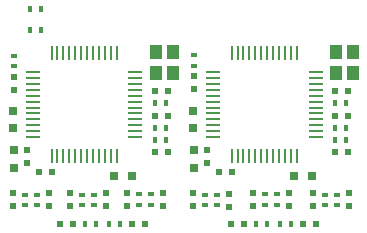
<source format=gtp>
G04 #@! TF.GenerationSoftware,KiCad,Pcbnew,(2018-01-07 revision 47989ccfc)-makepkg*
G04 #@! TF.CreationDate,2018-01-17T00:09:11+10:30*
G04 #@! TF.ProjectId,din_meter_atm90e36,64696E5F6D657465725F61746D393065,rev?*
G04 #@! TF.SameCoordinates,Original*
G04 #@! TF.FileFunction,Paste,Top*
G04 #@! TF.FilePolarity,Positive*
%FSLAX46Y46*%
G04 Gerber Fmt 4.6, Leading zero omitted, Abs format (unit mm)*
G04 Created by KiCad (PCBNEW (2018-01-07 revision 47989ccfc)-makepkg) date 01/17/18 00:09:11*
%MOMM*%
%LPD*%
G01*
G04 APERTURE LIST*
%ADD10R,0.600000X0.500000*%
%ADD11R,0.500000X0.600000*%
%ADD12R,0.600000X0.400000*%
%ADD13R,0.400000X0.600000*%
%ADD14R,0.800000X0.750000*%
%ADD15R,1.000000X1.150000*%
%ADD16R,0.250000X1.300000*%
%ADD17R,1.300000X0.250000*%
%ADD18R,0.750000X0.800000*%
G04 APERTURE END LIST*
D10*
X136300000Y-78548000D03*
X135200000Y-78548000D03*
X142396000Y-78548000D03*
X141296000Y-78548000D03*
D11*
X143878000Y-75966000D03*
X143878000Y-77066000D03*
X140830000Y-77066000D03*
X140830000Y-75966000D03*
X139052000Y-77066000D03*
X139052000Y-75966000D03*
X136004000Y-75966000D03*
X136004000Y-77066000D03*
X134226000Y-75966000D03*
X134226000Y-77066000D03*
X131178000Y-77066000D03*
X131178000Y-75966000D03*
D12*
X132194000Y-76066000D03*
X132194000Y-76966000D03*
X133210000Y-76966000D03*
X133210000Y-76066000D03*
X138036000Y-76966000D03*
X138036000Y-76066000D03*
X141846000Y-76908000D03*
X141846000Y-76008000D03*
X142862000Y-76008000D03*
X142862000Y-76908000D03*
D13*
X139364000Y-78548000D03*
X140264000Y-78548000D03*
X137332000Y-78548000D03*
X138232000Y-78548000D03*
D12*
X137020000Y-76066000D03*
X137020000Y-76966000D03*
D11*
X146418000Y-75966000D03*
X146418000Y-77066000D03*
X149466000Y-77108000D03*
X149466000Y-76008000D03*
X151498000Y-75966000D03*
X151498000Y-77066000D03*
X154546000Y-77066000D03*
X154546000Y-75966000D03*
X156578000Y-75966000D03*
X156578000Y-77066000D03*
X159626000Y-77066000D03*
X159626000Y-75966000D03*
D10*
X150736000Y-78548000D03*
X149636000Y-78548000D03*
X156874000Y-78548000D03*
X155774000Y-78548000D03*
D12*
X152514000Y-76008000D03*
X152514000Y-76908000D03*
D13*
X153842000Y-78548000D03*
X154742000Y-78548000D03*
X152710000Y-78548000D03*
X151810000Y-78548000D03*
D12*
X158610000Y-76966000D03*
X158610000Y-76066000D03*
X157594000Y-76066000D03*
X157594000Y-76966000D03*
X153530000Y-76908000D03*
X153530000Y-76008000D03*
X148450000Y-76066000D03*
X148450000Y-76966000D03*
X147434000Y-76966000D03*
X147434000Y-76066000D03*
D13*
X133558000Y-62114200D03*
X132658000Y-62114200D03*
X132673000Y-60360000D03*
X133573000Y-60360000D03*
X143210000Y-70400000D03*
X144110000Y-70400000D03*
D12*
X146510000Y-64250000D03*
X146510000Y-65150000D03*
D13*
X143210000Y-71450000D03*
X144110000Y-71450000D03*
D10*
X158460000Y-72450000D03*
X159560000Y-72450000D03*
X144310000Y-69400000D03*
X143210000Y-69400000D03*
D11*
X131260000Y-67200000D03*
X131260000Y-66100000D03*
X132360000Y-72300000D03*
X132360000Y-73400000D03*
D10*
X144310000Y-67300000D03*
X143210000Y-67300000D03*
X134460000Y-74150000D03*
X133360000Y-74150000D03*
X159560000Y-67300000D03*
X158460000Y-67300000D03*
X149710000Y-74150000D03*
X148610000Y-74150000D03*
D11*
X147610000Y-72300000D03*
X147610000Y-73400000D03*
X146510000Y-66050000D03*
X146510000Y-67150000D03*
D10*
X143210000Y-72450000D03*
X144310000Y-72450000D03*
X159560000Y-69400000D03*
X158460000Y-69400000D03*
D14*
X141260000Y-74450000D03*
X139760000Y-74450000D03*
X156510000Y-74450000D03*
X155010000Y-74450000D03*
D13*
X159360000Y-71450000D03*
X158460000Y-71450000D03*
X159360000Y-70400000D03*
X158460000Y-70400000D03*
X158460000Y-68300000D03*
X159360000Y-68300000D03*
D12*
X131260000Y-64300000D03*
X131260000Y-65200000D03*
D13*
X144110000Y-68300000D03*
X143210000Y-68300000D03*
D15*
X144710000Y-65775000D03*
X144710000Y-64025000D03*
X143310000Y-64025000D03*
X143310000Y-65775000D03*
X158560000Y-65775000D03*
X158560000Y-64025000D03*
X159960000Y-64025000D03*
X159960000Y-65775000D03*
D16*
X134460000Y-72800000D03*
X134960000Y-72800000D03*
X135460000Y-72800000D03*
X135960000Y-72800000D03*
X136460000Y-72800000D03*
X136960000Y-72800000D03*
X137460000Y-72800000D03*
X137960000Y-72800000D03*
X138460000Y-72800000D03*
X138960000Y-72800000D03*
X139460000Y-72800000D03*
X139960000Y-72800000D03*
D17*
X141560000Y-71200000D03*
X141560000Y-70700000D03*
X141560000Y-70200000D03*
X141560000Y-69700000D03*
X141560000Y-69200000D03*
X141560000Y-68700000D03*
X141560000Y-68200000D03*
X141560000Y-67700000D03*
X141560000Y-67200000D03*
X141560000Y-66700000D03*
X141560000Y-66200000D03*
X141560000Y-65700000D03*
D16*
X139960000Y-64100000D03*
X139460000Y-64100000D03*
X138960000Y-64100000D03*
X138460000Y-64100000D03*
X137960000Y-64100000D03*
X137460000Y-64100000D03*
X136960000Y-64100000D03*
X136460000Y-64100000D03*
X135960000Y-64100000D03*
X135460000Y-64100000D03*
X134960000Y-64100000D03*
X134460000Y-64100000D03*
D17*
X132860000Y-65700000D03*
X132860000Y-66200000D03*
X132860000Y-66700000D03*
X132860000Y-67200000D03*
X132860000Y-67700000D03*
X132860000Y-68200000D03*
X132860000Y-68700000D03*
X132860000Y-69200000D03*
X132860000Y-69700000D03*
X132860000Y-70200000D03*
X132860000Y-70700000D03*
X132860000Y-71200000D03*
X148110000Y-71200000D03*
X148110000Y-70700000D03*
X148110000Y-70200000D03*
X148110000Y-69700000D03*
X148110000Y-69200000D03*
X148110000Y-68700000D03*
X148110000Y-68200000D03*
X148110000Y-67700000D03*
X148110000Y-67200000D03*
X148110000Y-66700000D03*
X148110000Y-66200000D03*
X148110000Y-65700000D03*
D16*
X149710000Y-64100000D03*
X150210000Y-64100000D03*
X150710000Y-64100000D03*
X151210000Y-64100000D03*
X151710000Y-64100000D03*
X152210000Y-64100000D03*
X152710000Y-64100000D03*
X153210000Y-64100000D03*
X153710000Y-64100000D03*
X154210000Y-64100000D03*
X154710000Y-64100000D03*
X155210000Y-64100000D03*
D17*
X156810000Y-65700000D03*
X156810000Y-66200000D03*
X156810000Y-66700000D03*
X156810000Y-67200000D03*
X156810000Y-67700000D03*
X156810000Y-68200000D03*
X156810000Y-68700000D03*
X156810000Y-69200000D03*
X156810000Y-69700000D03*
X156810000Y-70200000D03*
X156810000Y-70700000D03*
X156810000Y-71200000D03*
D16*
X155210000Y-72800000D03*
X154710000Y-72800000D03*
X154210000Y-72800000D03*
X153710000Y-72800000D03*
X153210000Y-72800000D03*
X152710000Y-72800000D03*
X152210000Y-72800000D03*
X151710000Y-72800000D03*
X151210000Y-72800000D03*
X150710000Y-72800000D03*
X150210000Y-72800000D03*
X149710000Y-72800000D03*
D18*
X146510000Y-72300000D03*
X146510000Y-73800000D03*
X146460000Y-70450000D03*
X146460000Y-68950000D03*
X131210000Y-70450000D03*
X131210000Y-68950000D03*
X131260000Y-72300000D03*
X131260000Y-73800000D03*
M02*

</source>
